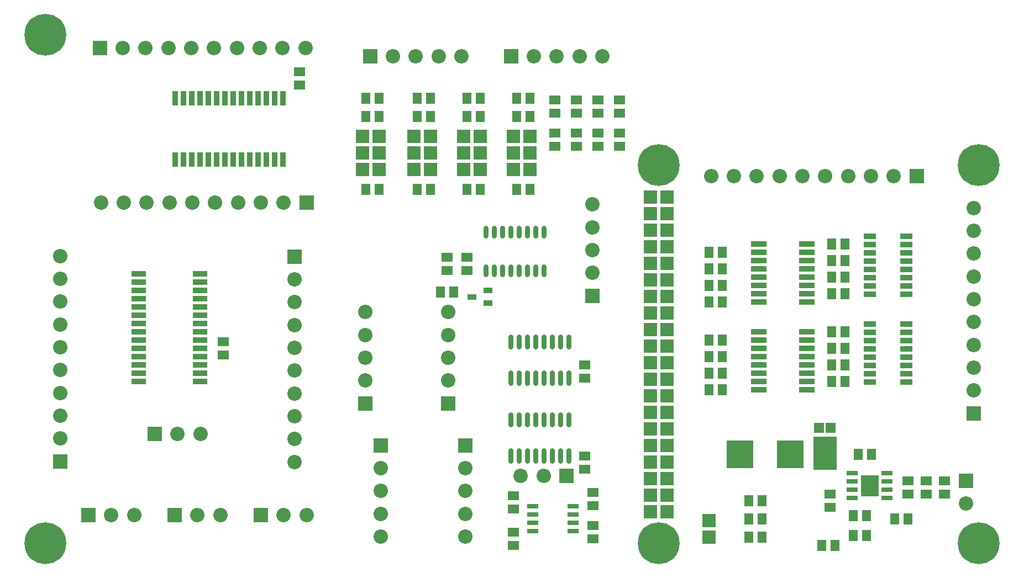
<source format=gbs>
G04 Layer: BottomSolderMaskLayer*
G04 EasyEDA v5.9.42, Mon, 25 Feb 2019 13:08:34 GMT*
G04 04bc916e9f0e400680881ea13b59f611*
G04 Gerber Generator version 0.2*
G04 Scale: 100 percent, Rotated: No, Reflected: No *
G04 Dimensions in millimeters *
G04 leading zeros omitted , absolute positions ,3 integer and 3 decimal *
%FSLAX33Y33*%
%MOMM*%
G90*
G71D02*

%ADD46R,2.133600X2.133600*%
%ADD47R,2.082800X2.082800*%
%ADD48R,1.673098X1.363218*%
%ADD51R,2.203196X2.203196*%
%ADD52C,2.203196*%
%ADD53R,2.204009X2.204009*%
%ADD54C,6.403188*%
%ADD55C,0.803199*%
%ADD56R,1.363218X1.673098*%
%ADD57R,1.752600X0.802640*%
%ADD58R,1.453210X0.903199*%
%ADD59R,0.812800X2.209800*%
%ADD60R,2.209800X0.812800*%
%ADD61R,1.593088X1.603248*%
%ADD62R,3.563112X5.063185*%
%ADD63R,4.053840X4.203700*%
%ADD64R,2.402840X0.904240*%
%ADD65R,1.953260X0.853440*%
%ADD66R,1.753210X0.803199*%
%ADD67R,2.803195X3.303194*%

%LPD*%
G54D55*
G01X79858Y44726D02*
G01X79858Y45926D01*
G01X78588Y44726D02*
G01X78588Y45926D01*
G01X77318Y44726D02*
G01X77318Y45926D01*
G01X76048Y44726D02*
G01X76048Y45926D01*
G01X74778Y44726D02*
G01X74778Y45926D01*
G01X73508Y44726D02*
G01X73508Y45926D01*
G01X72238Y44726D02*
G01X72238Y45926D01*
G01X70968Y44726D02*
G01X70968Y45926D01*
G01X79858Y50669D02*
G01X79858Y51869D01*
G01X78588Y50669D02*
G01X78588Y51869D01*
G01X77318Y50669D02*
G01X77318Y51869D01*
G01X76048Y50669D02*
G01X76048Y51869D01*
G01X74778Y50669D02*
G01X74778Y51869D01*
G01X73508Y50670D02*
G01X73508Y51870D01*
G01X72238Y50669D02*
G01X72238Y51869D01*
G01X70968Y50669D02*
G01X70968Y51869D01*
G01X83694Y17754D02*
G01X83694Y16154D01*
G01X82424Y17754D02*
G01X82424Y16154D01*
G01X81154Y17754D02*
G01X81154Y16154D01*
G01X79884Y17754D02*
G01X79884Y16154D01*
G01X78614Y17754D02*
G01X78614Y16154D01*
G01X77344Y17754D02*
G01X77344Y16154D01*
G01X76074Y17754D02*
G01X76074Y16154D01*
G01X74804Y17754D02*
G01X74804Y16154D01*
G01X83694Y23291D02*
G01X83694Y21691D01*
G01X82424Y23291D02*
G01X82424Y21691D01*
G01X81154Y23291D02*
G01X81154Y21691D01*
G01X79884Y23291D02*
G01X79884Y21691D01*
G01X78614Y23291D02*
G01X78614Y21691D01*
G01X77344Y23291D02*
G01X77344Y21691D01*
G01X76074Y23291D02*
G01X76074Y21691D01*
G01X74804Y23291D02*
G01X74804Y21691D01*
G01X83694Y29692D02*
G01X83694Y28092D01*
G01X82424Y29692D02*
G01X82424Y28092D01*
G01X81154Y29692D02*
G01X81154Y28092D01*
G01X79884Y29692D02*
G01X79884Y28092D01*
G01X78614Y29692D02*
G01X78614Y28092D01*
G01X77344Y29692D02*
G01X77344Y28092D01*
G01X76074Y29692D02*
G01X76074Y28092D01*
G01X74804Y29692D02*
G01X74804Y28092D01*
G01X83694Y35229D02*
G01X83694Y33629D01*
G01X82424Y35229D02*
G01X82424Y33629D01*
G01X81154Y35229D02*
G01X81154Y33629D01*
G01X79884Y35229D02*
G01X79884Y33629D01*
G01X78614Y35229D02*
G01X78614Y33629D01*
G01X77344Y35229D02*
G01X77344Y33629D01*
G01X76074Y35229D02*
G01X76074Y33629D01*
G01X74804Y35229D02*
G01X74804Y33629D01*
G54D56*
G01X52579Y57823D03*
G01X54611Y57823D03*
G01X54611Y68999D03*
G01X52579Y68999D03*
G01X52579Y71793D03*
G01X54611Y71793D03*
G01X60453Y57823D03*
G01X62485Y57823D03*
G01X62485Y68999D03*
G01X60453Y68999D03*
G01X60453Y71793D03*
G01X62485Y71793D03*
G01X68073Y57823D03*
G01X70105Y57823D03*
G01X70105Y68999D03*
G01X68073Y68999D03*
G01X68073Y71793D03*
G01X70105Y71793D03*
G01X75693Y57823D03*
G01X77725Y57823D03*
G01X77725Y68999D03*
G01X75693Y68999D03*
G01X75693Y71793D03*
G01X77725Y71793D03*
G54D57*
G01X84329Y9182D03*
G01X84329Y7912D03*
G01X84329Y6642D03*
G01X84329Y5372D03*
G01X78207Y5372D03*
G01X78207Y6642D03*
G01X78207Y7912D03*
G01X78207Y9182D03*
G54D48*
G01X87377Y4229D03*
G01X87377Y6261D03*
G01X87377Y9309D03*
G01X87377Y11341D03*
G01X75185Y8801D03*
G01X75185Y10833D03*
G01X75185Y5245D03*
G01X75185Y3213D03*
G01X86107Y16929D03*
G01X86107Y14897D03*
G01X68073Y47409D03*
G01X68073Y45377D03*
G54D58*
G01X68855Y41313D03*
G01X71354Y40363D03*
G01X71354Y42263D03*
G54D48*
G01X65025Y47409D03*
G01X65025Y45377D03*
G54D56*
G01X66041Y42075D03*
G01X64009Y42075D03*
G54D48*
G01X91441Y69507D03*
G01X91441Y71539D03*
G01X91441Y64427D03*
G01X91441Y66459D03*
G01X81535Y69507D03*
G01X81535Y71539D03*
G01X81535Y64427D03*
G01X81535Y66459D03*
G01X84837Y69507D03*
G01X84837Y71539D03*
G01X84837Y64427D03*
G01X84837Y66459D03*
G01X88139Y69507D03*
G01X88139Y71539D03*
G01X88139Y64427D03*
G01X88139Y66459D03*
G01X86107Y28867D03*
G01X86107Y30899D03*
G54D59*
G01X23369Y71793D03*
G01X24639Y71793D03*
G01X25909Y71793D03*
G01X27179Y71793D03*
G01X28449Y71793D03*
G01X29719Y71793D03*
G01X30989Y71793D03*
G01X32259Y71793D03*
G01X33529Y71793D03*
G01X34799Y71793D03*
G01X36069Y71793D03*
G01X37339Y71793D03*
G01X38609Y71793D03*
G01X39879Y71793D03*
G01X23369Y62395D03*
G01X24639Y62395D03*
G01X25909Y62395D03*
G01X27179Y62395D03*
G01X28449Y62395D03*
G01X29719Y62395D03*
G01X30989Y62395D03*
G01X32259Y62395D03*
G01X33529Y62395D03*
G01X34799Y62395D03*
G01X36069Y62395D03*
G01X37339Y62395D03*
G01X38609Y62395D03*
G01X39879Y62395D03*
G54D48*
G01X42419Y75857D03*
G01X42419Y73825D03*
G54D60*
G01X27179Y44869D03*
G01X27179Y43599D03*
G01X27179Y42329D03*
G01X27179Y41059D03*
G01X27179Y39789D03*
G01X27179Y38519D03*
G01X27179Y37249D03*
G01X27179Y35979D03*
G01X27179Y34709D03*
G01X27179Y33439D03*
G01X27179Y32169D03*
G01X27179Y30899D03*
G01X27179Y29629D03*
G01X27179Y28359D03*
G01X17781Y44869D03*
G01X17781Y43599D03*
G01X17781Y42329D03*
G01X17781Y41059D03*
G01X17781Y39789D03*
G01X17781Y38519D03*
G01X17781Y37249D03*
G01X17781Y35979D03*
G01X17781Y34709D03*
G01X17781Y33439D03*
G01X17781Y32169D03*
G01X17781Y30899D03*
G01X17781Y29629D03*
G01X17781Y28359D03*
G54D48*
G01X30735Y34455D03*
G01X30735Y32423D03*
G54D56*
G01X105157Y40551D03*
G01X107189Y40551D03*
G01X105157Y43091D03*
G01X107189Y43091D03*
G01X105157Y45631D03*
G01X107189Y45631D03*
G01X105157Y48171D03*
G01X107189Y48171D03*
G01X105157Y27089D03*
G01X107189Y27089D03*
G01X105157Y29629D03*
G01X107189Y29629D03*
G01X105157Y32169D03*
G01X107189Y32169D03*
G01X105157Y34709D03*
G01X107189Y34709D03*
G54D48*
G01X141225Y11087D03*
G01X141225Y13119D03*
G01X123699Y9055D03*
G01X123699Y11087D03*
G01X135637Y11087D03*
G01X135637Y13119D03*
G54D56*
G01X135637Y7277D03*
G01X133605Y7277D03*
G01X122429Y3213D03*
G01X124461Y3213D03*
G54D61*
G01X123840Y21212D03*
G01X122030Y21212D03*
G54D62*
G01X122937Y17322D03*
G54D48*
G01X138431Y11087D03*
G01X138431Y13119D03*
G54D63*
G01X109957Y17181D03*
G01X117628Y17181D03*
G54D56*
G01X113285Y10071D03*
G01X111253Y10071D03*
G01X113285Y7277D03*
G01X111253Y7277D03*
G01X113285Y4483D03*
G01X111253Y4483D03*
G01X127255Y7785D03*
G01X129287Y7785D03*
G01X127255Y4737D03*
G01X129287Y4737D03*
G54D64*
G01X112777Y27089D03*
G01X112777Y28359D03*
G01X112777Y29629D03*
G01X112777Y30899D03*
G01X112777Y32169D03*
G01X112777Y33439D03*
G01X112777Y34709D03*
G01X112777Y35979D03*
G01X120176Y35979D03*
G01X120176Y34709D03*
G01X120176Y33439D03*
G01X120176Y32169D03*
G01X120176Y30899D03*
G01X120176Y29629D03*
G01X120176Y28359D03*
G01X120176Y27089D03*
G01X112777Y40551D03*
G01X112777Y41821D03*
G01X112777Y43091D03*
G01X112777Y44361D03*
G01X112777Y45631D03*
G01X112777Y46901D03*
G01X112777Y48171D03*
G01X112777Y49441D03*
G01X120176Y49441D03*
G01X120176Y48171D03*
G01X120176Y46901D03*
G01X120176Y45631D03*
G01X120176Y44361D03*
G01X120176Y43091D03*
G01X120176Y41821D03*
G01X120176Y40551D03*
G54D56*
G01X123953Y41821D03*
G01X125985Y41821D03*
G01X123953Y28359D03*
G01X125985Y28359D03*
G01X123953Y30899D03*
G01X125985Y30899D03*
G01X123953Y33439D03*
G01X125985Y33439D03*
G01X123953Y35979D03*
G01X125985Y35979D03*
G01X123953Y46901D03*
G01X125985Y46901D03*
G01X123953Y49441D03*
G01X125985Y49441D03*
G01X123953Y44361D03*
G01X125985Y44361D03*
G01X128017Y17183D03*
G01X130049Y17183D03*
G54D65*
G01X135389Y50584D03*
G01X135389Y49314D03*
G01X135389Y48044D03*
G01X135389Y46774D03*
G01X135389Y45504D03*
G01X135389Y44234D03*
G01X135389Y42964D03*
G01X135389Y41694D03*
G01X129791Y41694D03*
G01X129791Y42964D03*
G01X129791Y44234D03*
G01X129791Y45504D03*
G01X129791Y46774D03*
G01X129791Y48044D03*
G01X129791Y49314D03*
G01X129791Y50584D03*
G01X135389Y37122D03*
G01X135389Y35852D03*
G01X135389Y34582D03*
G01X135389Y33312D03*
G01X135389Y32042D03*
G01X135389Y30772D03*
G01X135389Y29502D03*
G01X135389Y28232D03*
G01X129791Y28232D03*
G01X129791Y29502D03*
G01X129791Y30772D03*
G01X129791Y32042D03*
G01X129791Y33312D03*
G01X129791Y34582D03*
G01X129791Y35852D03*
G01X129791Y37122D03*
G54D66*
G01X132495Y14262D03*
G01X132495Y12992D03*
G01X132495Y11722D03*
G01X132495Y10452D03*
G01X127095Y10452D03*
G01X127095Y11722D03*
G01X127095Y12992D03*
G01X127095Y14262D03*
G54D67*
G01X129795Y12357D03*
G54D46*
G01X54611Y65951D03*
G01X54611Y63411D03*
G01X54611Y60871D03*
G01X52071Y65951D03*
G01X52071Y63411D03*
G01X52071Y60871D03*
G01X62485Y65951D03*
G01X62485Y63411D03*
G01X62485Y60871D03*
G01X59945Y65951D03*
G01X59945Y63411D03*
G01X59945Y60871D03*
G01X70105Y65951D03*
G01X70105Y63411D03*
G01X70105Y60871D03*
G01X67565Y65951D03*
G01X67565Y63411D03*
G01X67565Y60871D03*
G01X77725Y65951D03*
G01X77725Y63411D03*
G01X77725Y60871D03*
G01X75185Y65951D03*
G01X75185Y63411D03*
G01X75185Y60871D03*
G54D47*
G01X98771Y8371D03*
G01X96231Y8371D03*
G01X98771Y10911D03*
G01X96231Y10911D03*
G01X98771Y13451D03*
G01X96231Y13451D03*
G01X98771Y15991D03*
G01X96231Y15991D03*
G01X98771Y18531D03*
G01X96231Y18531D03*
G01X98771Y21071D03*
G01X96231Y21071D03*
G01X98771Y23611D03*
G01X96231Y23611D03*
G01X98771Y26151D03*
G01X96231Y26151D03*
G01X98771Y28691D03*
G01X96231Y28691D03*
G01X98771Y31231D03*
G01X96231Y31231D03*
G01X98771Y33771D03*
G01X96231Y33771D03*
G01X98771Y36311D03*
G01X96231Y36311D03*
G01X98771Y38851D03*
G01X96231Y38851D03*
G01X98771Y41391D03*
G01X96231Y41391D03*
G01X98771Y43931D03*
G01X96231Y43931D03*
G01X98771Y46471D03*
G01X96231Y46471D03*
G01X98771Y49011D03*
G01X96231Y49011D03*
G01X98771Y51551D03*
G01X96231Y51551D03*
G01X98771Y54091D03*
G01X96231Y54091D03*
G01X98771Y56631D03*
G01X96231Y56631D03*
G54D46*
G01X105157Y4483D03*
G01X105157Y7023D03*
G54D51*
G01X20281Y20298D03*
G54D52*
G01X23781Y20299D03*
G01X27281Y20299D03*
G54D51*
G01X36537Y7852D03*
G54D52*
G01X40037Y7853D03*
G01X43537Y7853D03*
G54D51*
G01X10121Y7852D03*
G54D52*
G01X13621Y7853D03*
G01X17121Y7853D03*
G54D51*
G01X23329Y7852D03*
G54D52*
G01X26829Y7853D03*
G01X30329Y7853D03*
G54D51*
G01X5774Y16076D03*
G54D52*
G01X5775Y19577D03*
G01X5775Y23077D03*
G01X5775Y26577D03*
G01X5775Y30077D03*
G01X5775Y33577D03*
G01X5775Y37077D03*
G01X5775Y40577D03*
G01X5775Y44077D03*
G01X5775Y47576D03*
G54D51*
G01X145729Y23442D03*
G54D52*
G01X145729Y26943D03*
G01X145729Y30443D03*
G01X145729Y33943D03*
G01X145729Y37443D03*
G01X145729Y40943D03*
G01X145729Y44443D03*
G01X145729Y47943D03*
G01X145729Y51443D03*
G01X145729Y54942D03*
G54D51*
G01X53250Y78210D03*
G54D52*
G01X56751Y78211D03*
G01X60251Y78211D03*
G01X63751Y78211D03*
G01X67251Y78211D03*
G54D51*
G01X74840Y78210D03*
G54D52*
G01X78341Y78211D03*
G01X81841Y78211D03*
G01X85341Y78211D03*
G01X88841Y78211D03*
G54D53*
G01X144525Y13117D03*
G54D52*
G01X144526Y9618D03*
G54D51*
G01X136997Y59786D03*
G54D52*
G01X133497Y59787D03*
G01X129997Y59787D03*
G01X126497Y59787D03*
G01X122997Y59787D03*
G01X119497Y59787D03*
G01X115997Y59787D03*
G01X112497Y59787D03*
G01X108997Y59787D03*
G01X105497Y59787D03*
G54D51*
G01X67887Y18543D03*
G54D52*
G01X67887Y15043D03*
G01X67887Y11543D03*
G01X67887Y8043D03*
G01X67887Y4543D03*
G54D51*
G01X54933Y18543D03*
G54D52*
G01X54933Y15043D03*
G01X54933Y11543D03*
G01X54933Y8043D03*
G01X54933Y4543D03*
G54D51*
G01X65210Y24966D03*
G54D52*
G01X65211Y28467D03*
G01X65211Y31967D03*
G01X65211Y35467D03*
G01X65211Y38967D03*
G54D51*
G01X52510Y24966D03*
G54D52*
G01X52511Y28467D03*
G01X52511Y31967D03*
G01X52511Y35467D03*
G01X52511Y38967D03*
G54D51*
G01X83352Y13813D03*
G54D52*
G01X79853Y13813D03*
G01X76353Y13813D03*
G54D51*
G01X43525Y55722D03*
G54D52*
G01X40025Y55723D03*
G01X36525Y55723D03*
G01X33025Y55723D03*
G01X29525Y55723D03*
G01X26025Y55723D03*
G01X22525Y55723D03*
G01X19025Y55723D03*
G01X15525Y55723D03*
G01X12025Y55723D03*
G54D51*
G01X11848Y79480D03*
G54D52*
G01X15349Y79481D03*
G01X18849Y79481D03*
G01X22349Y79481D03*
G01X25849Y79481D03*
G01X29349Y79481D03*
G01X32849Y79481D03*
G01X36349Y79481D03*
G01X39849Y79481D03*
G01X43349Y79481D03*
G54D51*
G01X87309Y41476D03*
G54D52*
G01X87309Y44977D03*
G01X87309Y48477D03*
G01X87309Y51977D03*
G01X87309Y55477D03*
G54D51*
G01X41724Y47499D03*
G54D52*
G01X41725Y43999D03*
G01X41725Y40499D03*
G01X41725Y36999D03*
G01X41725Y33499D03*
G01X41725Y29999D03*
G01X41725Y26499D03*
G01X41725Y22999D03*
G01X41725Y19499D03*
G01X41725Y15999D03*
G54D54*
G01X3501Y81500D03*
G01X3501Y3501D03*
G01X146500Y3501D03*
G01X146500Y61501D03*
G01X97501Y61501D03*
G01X97501Y3501D03*
M00*
M02*

</source>
